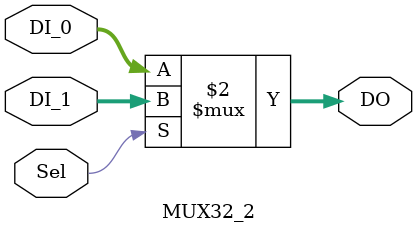
<source format=v>
`timescale 1ns / 1ps

module MUX32_2(
    input Sel,
    input [31:0] DI_0,
    input [31:0] DI_1,
    output [31:0] DO
    );
    
    assign DO = (Sel == 1'b0 ? DI_0 : DI_1);

endmodule

</source>
